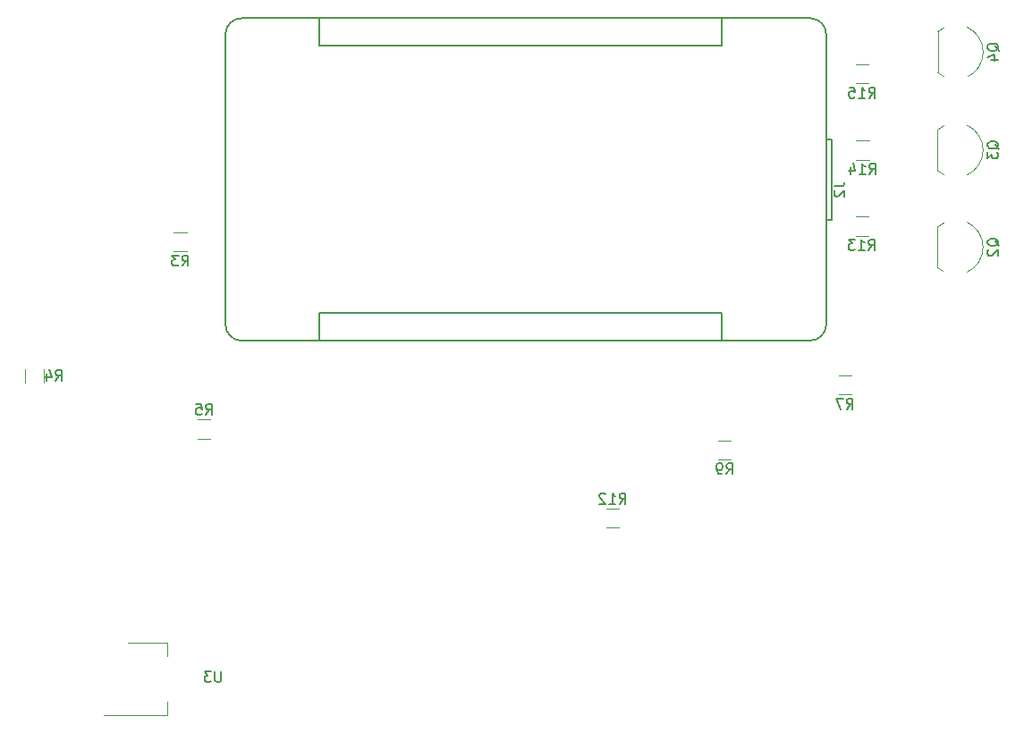
<source format=gbr>
G04 #@! TF.GenerationSoftware,KiCad,Pcbnew,5.1.8-db9833491~88~ubuntu18.04.1*
G04 #@! TF.CreationDate,2020-12-10T12:47:45+05:30*
G04 #@! TF.ProjectId,Permitme_main _sub_V1,5065726d-6974-46d6-955f-6d61696e205f,rev?*
G04 #@! TF.SameCoordinates,Original*
G04 #@! TF.FileFunction,Legend,Bot*
G04 #@! TF.FilePolarity,Positive*
%FSLAX46Y46*%
G04 Gerber Fmt 4.6, Leading zero omitted, Abs format (unit mm)*
G04 Created by KiCad (PCBNEW 5.1.8-db9833491~88~ubuntu18.04.1) date 2020-12-10 12:47:45*
%MOMM*%
%LPD*%
G01*
G04 APERTURE LIST*
%ADD10C,0.120000*%
%ADD11C,0.150000*%
G04 APERTURE END LIST*
D10*
X118717936Y-43000000D02*
X119922064Y-43000000D01*
X118717936Y-41180000D02*
X119922064Y-41180000D01*
X126430000Y-34750000D02*
X126430000Y-30900000D01*
X127017736Y-30507617D02*
G75*
G03*
X126430000Y-30900000I1112264J-2302383D01*
G01*
X129228807Y-30453600D02*
G75*
G02*
X130730000Y-32810000I-1098807J-2356400D01*
G01*
X129228807Y-35166400D02*
G75*
G03*
X130730000Y-32810000I-1098807J2356400D01*
G01*
X127007955Y-35132631D02*
G75*
G02*
X126430000Y-34750000I1122045J2322631D01*
G01*
X96252064Y-77870000D02*
X95047936Y-77870000D01*
X96252064Y-76050000D02*
X95047936Y-76050000D01*
X117037936Y-65250000D02*
X118242064Y-65250000D01*
X117037936Y-63430000D02*
X118242064Y-63430000D01*
X54117936Y-49870000D02*
X55322064Y-49870000D01*
X54117936Y-51690000D02*
X55322064Y-51690000D01*
X105657936Y-69580000D02*
X106862064Y-69580000D01*
X105657936Y-71400000D02*
X106862064Y-71400000D01*
X53520000Y-88770000D02*
X53520000Y-90030000D01*
X53520000Y-95590000D02*
X53520000Y-94330000D01*
X49760000Y-88770000D02*
X53520000Y-88770000D01*
X47510000Y-95590000D02*
X53520000Y-95590000D01*
D11*
X116379999Y-48709999D02*
X115871999Y-48709999D01*
X67880000Y-29610000D02*
X67882000Y-32200000D01*
X67882000Y-32200000D02*
X105981998Y-32200000D01*
X105981998Y-32200000D02*
X105981998Y-29660000D01*
X115871999Y-41090001D02*
X116379999Y-41090001D01*
X116379999Y-41090001D02*
X116379999Y-48709999D01*
X58995000Y-58600000D02*
X58995000Y-31035000D01*
X60520000Y-29610000D02*
X114433126Y-29610001D01*
X115860000Y-58700000D02*
X115860000Y-31110000D01*
X60440000Y-60130000D02*
X114353126Y-60130001D01*
X105981998Y-60130000D02*
X105981998Y-57590000D01*
X67880000Y-57540000D02*
X67882000Y-60130000D01*
X67882000Y-57540000D02*
X105981998Y-57540000D01*
X60494999Y-29608126D02*
G75*
G03*
X58995000Y-31035000I1J-1501874D01*
G01*
X115860000Y-31110000D02*
G75*
G03*
X114433126Y-29610001I-1501874J-1D01*
G01*
X58993126Y-58630001D02*
G75*
G03*
X60420000Y-60130000I1501874J1D01*
G01*
X114353126Y-60130001D02*
G75*
G03*
X115853125Y-58703127I-1J1501874D01*
G01*
D10*
X126420000Y-44030000D02*
X126420000Y-40180000D01*
X126997955Y-44412631D02*
G75*
G02*
X126420000Y-44030000I1122045J2322631D01*
G01*
X129218807Y-44446400D02*
G75*
G03*
X130720000Y-42090000I-1098807J2356400D01*
G01*
X129218807Y-39733600D02*
G75*
G02*
X130720000Y-42090000I-1098807J-2356400D01*
G01*
X127007736Y-39787617D02*
G75*
G03*
X126420000Y-40180000I1112264J-2302383D01*
G01*
X126420000Y-53230000D02*
X126420000Y-49380000D01*
X127007736Y-48987617D02*
G75*
G03*
X126420000Y-49380000I1112264J-2302383D01*
G01*
X129218807Y-48933600D02*
G75*
G02*
X130720000Y-51290000I-1098807J-2356400D01*
G01*
X129218807Y-53646400D02*
G75*
G03*
X130720000Y-51290000I-1098807J2356400D01*
G01*
X126997955Y-53612631D02*
G75*
G02*
X126420000Y-53230000I1122045J2322631D01*
G01*
X57562064Y-69420000D02*
X56357936Y-69420000D01*
X57562064Y-67600000D02*
X56357936Y-67600000D01*
X118637936Y-50200000D02*
X119842064Y-50200000D01*
X118637936Y-48380000D02*
X119842064Y-48380000D01*
X41840000Y-64072064D02*
X41840000Y-62867936D01*
X40020000Y-64072064D02*
X40020000Y-62867936D01*
X118677936Y-33970000D02*
X119882064Y-33970000D01*
X118677936Y-35790000D02*
X119882064Y-35790000D01*
D11*
X119962857Y-44362380D02*
X120296190Y-43886190D01*
X120534285Y-44362380D02*
X120534285Y-43362380D01*
X120153333Y-43362380D01*
X120058095Y-43410000D01*
X120010476Y-43457619D01*
X119962857Y-43552857D01*
X119962857Y-43695714D01*
X120010476Y-43790952D01*
X120058095Y-43838571D01*
X120153333Y-43886190D01*
X120534285Y-43886190D01*
X119010476Y-44362380D02*
X119581904Y-44362380D01*
X119296190Y-44362380D02*
X119296190Y-43362380D01*
X119391428Y-43505238D01*
X119486666Y-43600476D01*
X119581904Y-43648095D01*
X118153333Y-43695714D02*
X118153333Y-44362380D01*
X118391428Y-43314761D02*
X118629523Y-44029047D01*
X118010476Y-44029047D01*
X132237619Y-32714761D02*
X132190000Y-32619523D01*
X132094761Y-32524285D01*
X131951904Y-32381428D01*
X131904285Y-32286190D01*
X131904285Y-32190952D01*
X132142380Y-32238571D02*
X132094761Y-32143333D01*
X131999523Y-32048095D01*
X131809047Y-32000476D01*
X131475714Y-32000476D01*
X131285238Y-32048095D01*
X131190000Y-32143333D01*
X131142380Y-32238571D01*
X131142380Y-32429047D01*
X131190000Y-32524285D01*
X131285238Y-32619523D01*
X131475714Y-32667142D01*
X131809047Y-32667142D01*
X131999523Y-32619523D01*
X132094761Y-32524285D01*
X132142380Y-32429047D01*
X132142380Y-32238571D01*
X131475714Y-33524285D02*
X132142380Y-33524285D01*
X131094761Y-33286190D02*
X131809047Y-33048095D01*
X131809047Y-33667142D01*
X96292857Y-75592380D02*
X96626190Y-75116190D01*
X96864285Y-75592380D02*
X96864285Y-74592380D01*
X96483333Y-74592380D01*
X96388095Y-74640000D01*
X96340476Y-74687619D01*
X96292857Y-74782857D01*
X96292857Y-74925714D01*
X96340476Y-75020952D01*
X96388095Y-75068571D01*
X96483333Y-75116190D01*
X96864285Y-75116190D01*
X95340476Y-75592380D02*
X95911904Y-75592380D01*
X95626190Y-75592380D02*
X95626190Y-74592380D01*
X95721428Y-74735238D01*
X95816666Y-74830476D01*
X95911904Y-74878095D01*
X94959523Y-74687619D02*
X94911904Y-74640000D01*
X94816666Y-74592380D01*
X94578571Y-74592380D01*
X94483333Y-74640000D01*
X94435714Y-74687619D01*
X94388095Y-74782857D01*
X94388095Y-74878095D01*
X94435714Y-75020952D01*
X95007142Y-75592380D01*
X94388095Y-75592380D01*
X117806666Y-66612380D02*
X118140000Y-66136190D01*
X118378095Y-66612380D02*
X118378095Y-65612380D01*
X117997142Y-65612380D01*
X117901904Y-65660000D01*
X117854285Y-65707619D01*
X117806666Y-65802857D01*
X117806666Y-65945714D01*
X117854285Y-66040952D01*
X117901904Y-66088571D01*
X117997142Y-66136190D01*
X118378095Y-66136190D01*
X117473333Y-65612380D02*
X116806666Y-65612380D01*
X117235238Y-66612380D01*
X54886666Y-53052380D02*
X55220000Y-52576190D01*
X55458095Y-53052380D02*
X55458095Y-52052380D01*
X55077142Y-52052380D01*
X54981904Y-52100000D01*
X54934285Y-52147619D01*
X54886666Y-52242857D01*
X54886666Y-52385714D01*
X54934285Y-52480952D01*
X54981904Y-52528571D01*
X55077142Y-52576190D01*
X55458095Y-52576190D01*
X54553333Y-52052380D02*
X53934285Y-52052380D01*
X54267619Y-52433333D01*
X54124761Y-52433333D01*
X54029523Y-52480952D01*
X53981904Y-52528571D01*
X53934285Y-52623809D01*
X53934285Y-52861904D01*
X53981904Y-52957142D01*
X54029523Y-53004761D01*
X54124761Y-53052380D01*
X54410476Y-53052380D01*
X54505714Y-53004761D01*
X54553333Y-52957142D01*
X106426666Y-72762380D02*
X106760000Y-72286190D01*
X106998095Y-72762380D02*
X106998095Y-71762380D01*
X106617142Y-71762380D01*
X106521904Y-71810000D01*
X106474285Y-71857619D01*
X106426666Y-71952857D01*
X106426666Y-72095714D01*
X106474285Y-72190952D01*
X106521904Y-72238571D01*
X106617142Y-72286190D01*
X106998095Y-72286190D01*
X105950476Y-72762380D02*
X105760000Y-72762380D01*
X105664761Y-72714761D01*
X105617142Y-72667142D01*
X105521904Y-72524285D01*
X105474285Y-72333809D01*
X105474285Y-71952857D01*
X105521904Y-71857619D01*
X105569523Y-71810000D01*
X105664761Y-71762380D01*
X105855238Y-71762380D01*
X105950476Y-71810000D01*
X105998095Y-71857619D01*
X106045714Y-71952857D01*
X106045714Y-72190952D01*
X105998095Y-72286190D01*
X105950476Y-72333809D01*
X105855238Y-72381428D01*
X105664761Y-72381428D01*
X105569523Y-72333809D01*
X105521904Y-72286190D01*
X105474285Y-72190952D01*
X58571904Y-91462380D02*
X58571904Y-92271904D01*
X58524285Y-92367142D01*
X58476666Y-92414761D01*
X58381428Y-92462380D01*
X58190952Y-92462380D01*
X58095714Y-92414761D01*
X58048095Y-92367142D01*
X58000476Y-92271904D01*
X58000476Y-91462380D01*
X57619523Y-91462380D02*
X57000476Y-91462380D01*
X57333809Y-91843333D01*
X57190952Y-91843333D01*
X57095714Y-91890952D01*
X57048095Y-91938571D01*
X57000476Y-92033809D01*
X57000476Y-92271904D01*
X57048095Y-92367142D01*
X57095714Y-92414761D01*
X57190952Y-92462380D01*
X57476666Y-92462380D01*
X57571904Y-92414761D01*
X57619523Y-92367142D01*
X116602380Y-45496666D02*
X117316666Y-45496666D01*
X117459523Y-45449047D01*
X117554761Y-45353809D01*
X117602380Y-45210952D01*
X117602380Y-45115714D01*
X116697619Y-45925238D02*
X116650000Y-45972857D01*
X116602380Y-46068095D01*
X116602380Y-46306190D01*
X116650000Y-46401428D01*
X116697619Y-46449047D01*
X116792857Y-46496666D01*
X116888095Y-46496666D01*
X117030952Y-46449047D01*
X117602380Y-45877619D01*
X117602380Y-46496666D01*
X132227619Y-41994761D02*
X132180000Y-41899523D01*
X132084761Y-41804285D01*
X131941904Y-41661428D01*
X131894285Y-41566190D01*
X131894285Y-41470952D01*
X132132380Y-41518571D02*
X132084761Y-41423333D01*
X131989523Y-41328095D01*
X131799047Y-41280476D01*
X131465714Y-41280476D01*
X131275238Y-41328095D01*
X131180000Y-41423333D01*
X131132380Y-41518571D01*
X131132380Y-41709047D01*
X131180000Y-41804285D01*
X131275238Y-41899523D01*
X131465714Y-41947142D01*
X131799047Y-41947142D01*
X131989523Y-41899523D01*
X132084761Y-41804285D01*
X132132380Y-41709047D01*
X132132380Y-41518571D01*
X131132380Y-42280476D02*
X131132380Y-42899523D01*
X131513333Y-42566190D01*
X131513333Y-42709047D01*
X131560952Y-42804285D01*
X131608571Y-42851904D01*
X131703809Y-42899523D01*
X131941904Y-42899523D01*
X132037142Y-42851904D01*
X132084761Y-42804285D01*
X132132380Y-42709047D01*
X132132380Y-42423333D01*
X132084761Y-42328095D01*
X132037142Y-42280476D01*
X132227619Y-51194761D02*
X132180000Y-51099523D01*
X132084761Y-51004285D01*
X131941904Y-50861428D01*
X131894285Y-50766190D01*
X131894285Y-50670952D01*
X132132380Y-50718571D02*
X132084761Y-50623333D01*
X131989523Y-50528095D01*
X131799047Y-50480476D01*
X131465714Y-50480476D01*
X131275238Y-50528095D01*
X131180000Y-50623333D01*
X131132380Y-50718571D01*
X131132380Y-50909047D01*
X131180000Y-51004285D01*
X131275238Y-51099523D01*
X131465714Y-51147142D01*
X131799047Y-51147142D01*
X131989523Y-51099523D01*
X132084761Y-51004285D01*
X132132380Y-50909047D01*
X132132380Y-50718571D01*
X131227619Y-51528095D02*
X131180000Y-51575714D01*
X131132380Y-51670952D01*
X131132380Y-51909047D01*
X131180000Y-52004285D01*
X131227619Y-52051904D01*
X131322857Y-52099523D01*
X131418095Y-52099523D01*
X131560952Y-52051904D01*
X132132380Y-51480476D01*
X132132380Y-52099523D01*
X57126666Y-67142380D02*
X57460000Y-66666190D01*
X57698095Y-67142380D02*
X57698095Y-66142380D01*
X57317142Y-66142380D01*
X57221904Y-66190000D01*
X57174285Y-66237619D01*
X57126666Y-66332857D01*
X57126666Y-66475714D01*
X57174285Y-66570952D01*
X57221904Y-66618571D01*
X57317142Y-66666190D01*
X57698095Y-66666190D01*
X56221904Y-66142380D02*
X56698095Y-66142380D01*
X56745714Y-66618571D01*
X56698095Y-66570952D01*
X56602857Y-66523333D01*
X56364761Y-66523333D01*
X56269523Y-66570952D01*
X56221904Y-66618571D01*
X56174285Y-66713809D01*
X56174285Y-66951904D01*
X56221904Y-67047142D01*
X56269523Y-67094761D01*
X56364761Y-67142380D01*
X56602857Y-67142380D01*
X56698095Y-67094761D01*
X56745714Y-67047142D01*
X119882857Y-51562380D02*
X120216190Y-51086190D01*
X120454285Y-51562380D02*
X120454285Y-50562380D01*
X120073333Y-50562380D01*
X119978095Y-50610000D01*
X119930476Y-50657619D01*
X119882857Y-50752857D01*
X119882857Y-50895714D01*
X119930476Y-50990952D01*
X119978095Y-51038571D01*
X120073333Y-51086190D01*
X120454285Y-51086190D01*
X118930476Y-51562380D02*
X119501904Y-51562380D01*
X119216190Y-51562380D02*
X119216190Y-50562380D01*
X119311428Y-50705238D01*
X119406666Y-50800476D01*
X119501904Y-50848095D01*
X118597142Y-50562380D02*
X117978095Y-50562380D01*
X118311428Y-50943333D01*
X118168571Y-50943333D01*
X118073333Y-50990952D01*
X118025714Y-51038571D01*
X117978095Y-51133809D01*
X117978095Y-51371904D01*
X118025714Y-51467142D01*
X118073333Y-51514761D01*
X118168571Y-51562380D01*
X118454285Y-51562380D01*
X118549523Y-51514761D01*
X118597142Y-51467142D01*
X42916666Y-63922380D02*
X43250000Y-63446190D01*
X43488095Y-63922380D02*
X43488095Y-62922380D01*
X43107142Y-62922380D01*
X43011904Y-62970000D01*
X42964285Y-63017619D01*
X42916666Y-63112857D01*
X42916666Y-63255714D01*
X42964285Y-63350952D01*
X43011904Y-63398571D01*
X43107142Y-63446190D01*
X43488095Y-63446190D01*
X42059523Y-63255714D02*
X42059523Y-63922380D01*
X42297619Y-62874761D02*
X42535714Y-63589047D01*
X41916666Y-63589047D01*
X119922857Y-37152380D02*
X120256190Y-36676190D01*
X120494285Y-37152380D02*
X120494285Y-36152380D01*
X120113333Y-36152380D01*
X120018095Y-36200000D01*
X119970476Y-36247619D01*
X119922857Y-36342857D01*
X119922857Y-36485714D01*
X119970476Y-36580952D01*
X120018095Y-36628571D01*
X120113333Y-36676190D01*
X120494285Y-36676190D01*
X118970476Y-37152380D02*
X119541904Y-37152380D01*
X119256190Y-37152380D02*
X119256190Y-36152380D01*
X119351428Y-36295238D01*
X119446666Y-36390476D01*
X119541904Y-36438095D01*
X118065714Y-36152380D02*
X118541904Y-36152380D01*
X118589523Y-36628571D01*
X118541904Y-36580952D01*
X118446666Y-36533333D01*
X118208571Y-36533333D01*
X118113333Y-36580952D01*
X118065714Y-36628571D01*
X118018095Y-36723809D01*
X118018095Y-36961904D01*
X118065714Y-37057142D01*
X118113333Y-37104761D01*
X118208571Y-37152380D01*
X118446666Y-37152380D01*
X118541904Y-37104761D01*
X118589523Y-37057142D01*
M02*

</source>
